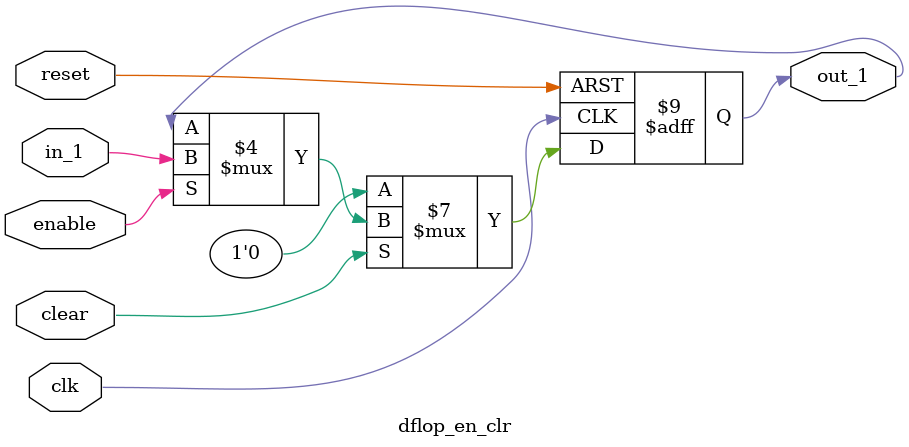
<source format=v>
module dflop_en_clr(clk, reset, enable, clear, in_1, out_1);
	input clk, reset, enable, clear,in_1;
	output out_1;

	reg out_1;

	always @(posedge clk or posedge reset)
	begin
		if(reset)
			out_1 <= 1'b0;
		else if (clear == 1'b0)
			out_1 <= 1'b0;
		else if (enable == 1'b1)
			out_1 <= in_1;
	end

endmodule

</source>
